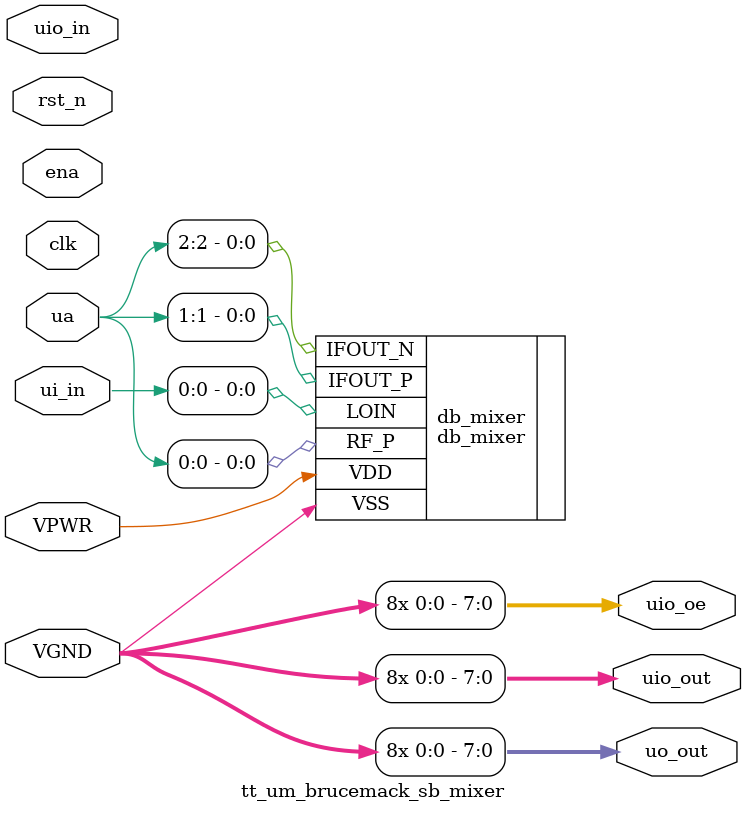
<source format=v>
/*
 * Copyright (c) 2024 Your Name
 * SPDX-License-Identifier: Apache-2.0
 */

`default_nettype none

module tt_um_brucemack_sb_mixer (
    input  wire       VGND,
    input  wire       VPWR,
    input  wire [7:0] ui_in,    // Dedicated inputs
    output wire [7:0] uo_out,   // Dedicated outputs
    input  wire [7:0] uio_in,   // IOs: Input path
    output wire [7:0] uio_out,  // IOs: Output path
    output wire [7:0] uio_oe,   // IOs: Enable path (active high: 0=input, 1=output)
    inout  wire [7:0] ua,       // Analog pins, only ua[5:0] can be used
    input  wire       ena,      // always 1 when the design is powered, so you can ignore it
    input  wire       clk,      // clock
    input  wire       rst_n     // reset_n - low to reset
);

  db_mixer db_mixer (
    .IFOUT_P(ua[1]),
    .IFOUT_N(ua[2]),
    .RF_P(ua[0]),
    .VDD(VPWR),
    .VSS(VGND),
    .LOIN(ui_in[0])
  );

   // Pins tied low to avoid floats
   assign uo_out[0] = VGND;
   assign uo_out[1] = VGND;
   assign uo_out[2] = VGND;
   assign uo_out[3] = VGND;
   assign uo_out[4] = VGND;
   assign uo_out[5] = VGND;
   assign uo_out[6] = VGND;
   assign uo_out[7] = VGND;

   assign uio_out[0] = VGND;
   assign uio_out[1] = VGND;
   assign uio_out[2] = VGND;
   assign uio_out[3] = VGND;
   assign uio_out[4] = VGND;
   assign uio_out[5] = VGND;
   assign uio_out[6] = VGND;
   assign uio_out[7] = VGND;

   assign uio_oe[0] = VGND;
   assign uio_oe[1] = VGND;
   assign uio_oe[2] = VGND;
   assign uio_oe[3] = VGND;
   assign uio_oe[4] = VGND;
   assign uio_oe[5] = VGND;
   assign uio_oe[6] = VGND;
   assign uio_oe[7] = VGND;
    
   
endmodule

</source>
